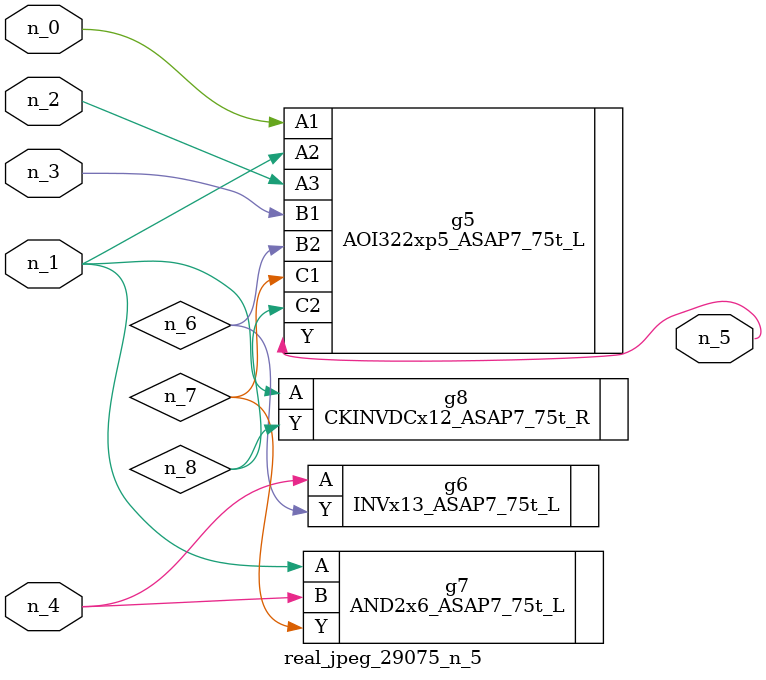
<source format=v>
module real_jpeg_29075_n_5 (n_4, n_0, n_1, n_2, n_3, n_5);

input n_4;
input n_0;
input n_1;
input n_2;
input n_3;

output n_5;

wire n_8;
wire n_6;
wire n_7;

AOI322xp5_ASAP7_75t_L g5 ( 
.A1(n_0),
.A2(n_1),
.A3(n_2),
.B1(n_3),
.B2(n_6),
.C1(n_7),
.C2(n_8),
.Y(n_5)
);

AND2x6_ASAP7_75t_L g7 ( 
.A(n_1),
.B(n_4),
.Y(n_7)
);

CKINVDCx12_ASAP7_75t_R g8 ( 
.A(n_1),
.Y(n_8)
);

INVx13_ASAP7_75t_L g6 ( 
.A(n_4),
.Y(n_6)
);


endmodule
</source>
